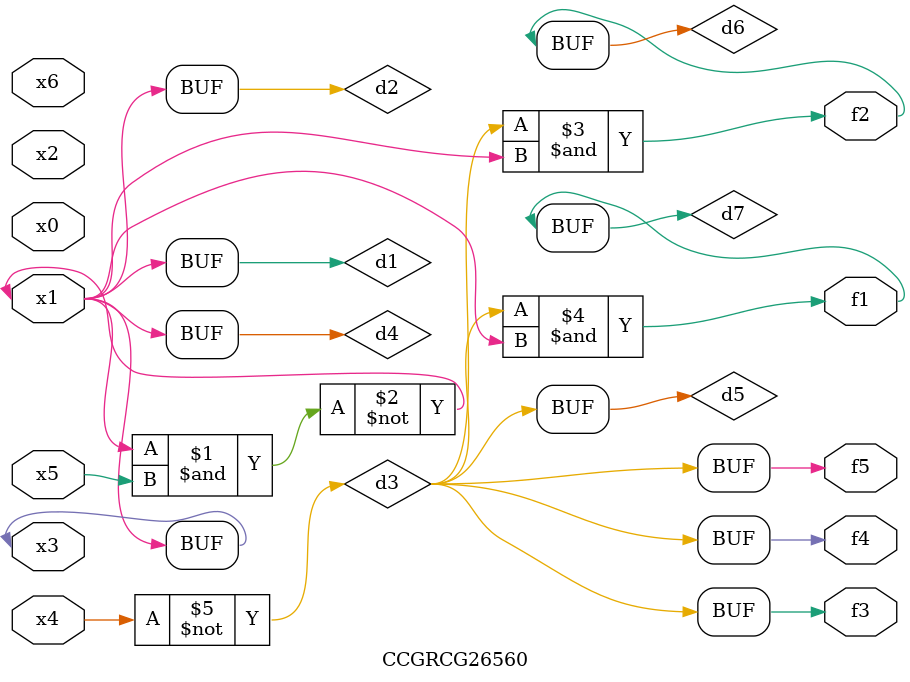
<source format=v>
module CCGRCG26560(
	input x0, x1, x2, x3, x4, x5, x6,
	output f1, f2, f3, f4, f5
);

	wire d1, d2, d3, d4, d5, d6, d7;

	buf (d1, x1, x3);
	nand (d2, x1, x5);
	not (d3, x4);
	buf (d4, d1, d2);
	buf (d5, d3);
	and (d6, d3, d4);
	and (d7, d3, d4);
	assign f1 = d7;
	assign f2 = d6;
	assign f3 = d5;
	assign f4 = d5;
	assign f5 = d5;
endmodule

</source>
